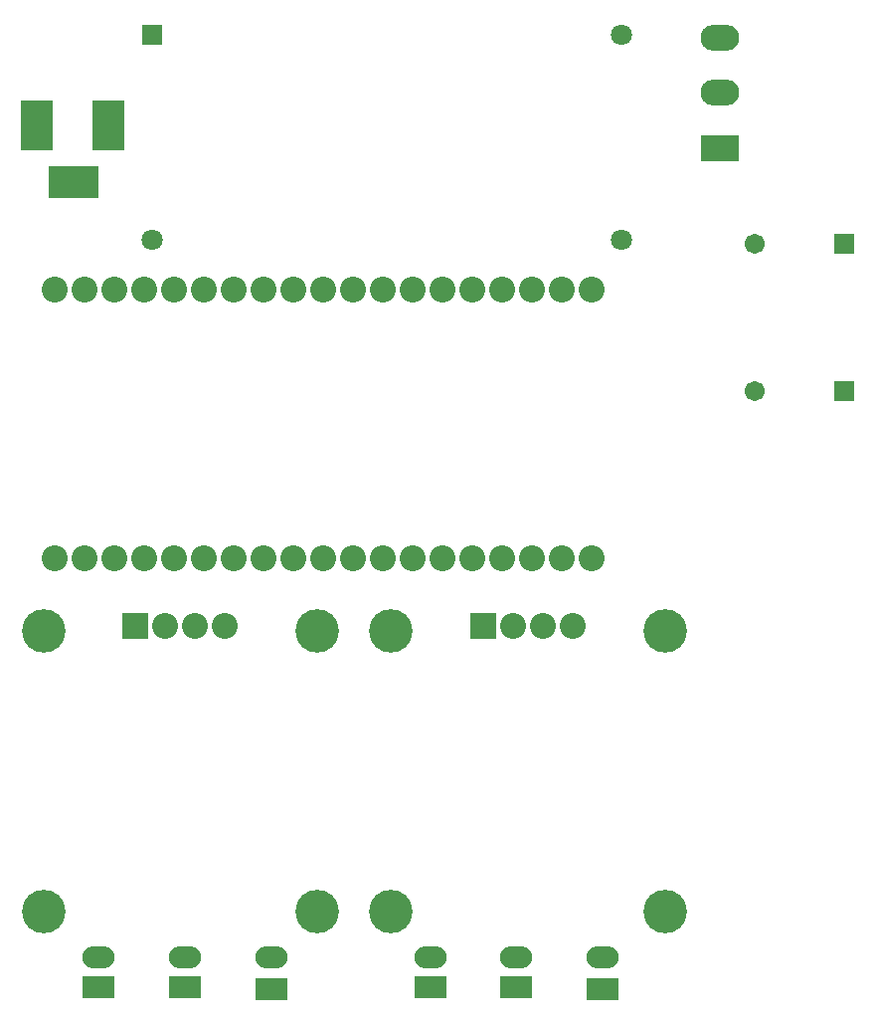
<source format=gbs>
G04*
G04 #@! TF.GenerationSoftware,Altium Limited,Altium Designer,21.3.2 (30)*
G04*
G04 Layer_Color=16711935*
%FSTAX24Y24*%
%MOIN*%
G70*
G04*
G04 #@! TF.SameCoordinates,70DC1E10-037C-42C7-9AD5-60C584CD1C3D*
G04*
G04*
G04 #@! TF.FilePolarity,Negative*
G04*
G01*
G75*
%ADD21R,0.1080X0.0730*%
%ADD22O,0.1080X0.0730*%
%ADD23C,0.1458*%
%ADD24R,0.0867X0.0867*%
%ADD25C,0.0867*%
%ADD26R,0.1680X0.1080*%
%ADD27R,0.1080X0.1680*%
%ADD28R,0.0671X0.0671*%
%ADD29C,0.0671*%
%ADD30R,0.1300X0.0867*%
%ADD31O,0.1300X0.0867*%
%ADD32R,0.0710X0.0710*%
%ADD33C,0.0710*%
D21*
X02199Y013235D02*
D03*
X01909Y013285D02*
D03*
X01624D02*
D03*
X01089Y013235D02*
D03*
X00799Y013285D02*
D03*
X00509D02*
D03*
D22*
X02199Y014285D02*
D03*
X01909D02*
D03*
X01624D02*
D03*
X01089D02*
D03*
X00799D02*
D03*
X00509D02*
D03*
D23*
X024087Y025203D02*
D03*
Y015833D02*
D03*
X014913D02*
D03*
Y025203D02*
D03*
X003263D02*
D03*
Y015833D02*
D03*
X012437D02*
D03*
Y025203D02*
D03*
D24*
X018Y0254D02*
D03*
X00635D02*
D03*
D25*
X02D02*
D03*
X021D02*
D03*
X019D02*
D03*
X00664Y03665D02*
D03*
X00364D02*
D03*
X00864D02*
D03*
X01164D02*
D03*
X01264D02*
D03*
X01764D02*
D03*
X01964D02*
D03*
X02064D02*
D03*
X00464D02*
D03*
X00564D02*
D03*
X00764D02*
D03*
X00964D02*
D03*
X01064D02*
D03*
X01364D02*
D03*
X01464D02*
D03*
X01564D02*
D03*
X01664D02*
D03*
X01864D02*
D03*
X02164D02*
D03*
X00364Y02765D02*
D03*
X00464D02*
D03*
X00564D02*
D03*
X00664D02*
D03*
X00764D02*
D03*
X00864D02*
D03*
X00964D02*
D03*
X01064D02*
D03*
X01164D02*
D03*
X01264D02*
D03*
X01364D02*
D03*
X01464D02*
D03*
X01564D02*
D03*
X01664D02*
D03*
X01764D02*
D03*
X01864D02*
D03*
X01964D02*
D03*
X02064D02*
D03*
X02164D02*
D03*
X00735Y0254D02*
D03*
X00935D02*
D03*
X00835D02*
D03*
D26*
X00426Y04026D02*
D03*
D27*
X00304Y04215D02*
D03*
X005442D02*
D03*
D28*
X0301Y03325D02*
D03*
Y0382D02*
D03*
D29*
X0271Y03325D02*
D03*
Y0382D02*
D03*
D30*
X02594Y041399D02*
D03*
D31*
Y04325D02*
D03*
Y0451D02*
D03*
D32*
X00689Y0452D02*
D03*
D33*
Y03831D02*
D03*
X022638Y0452D02*
D03*
Y03831D02*
D03*
M02*

</source>
